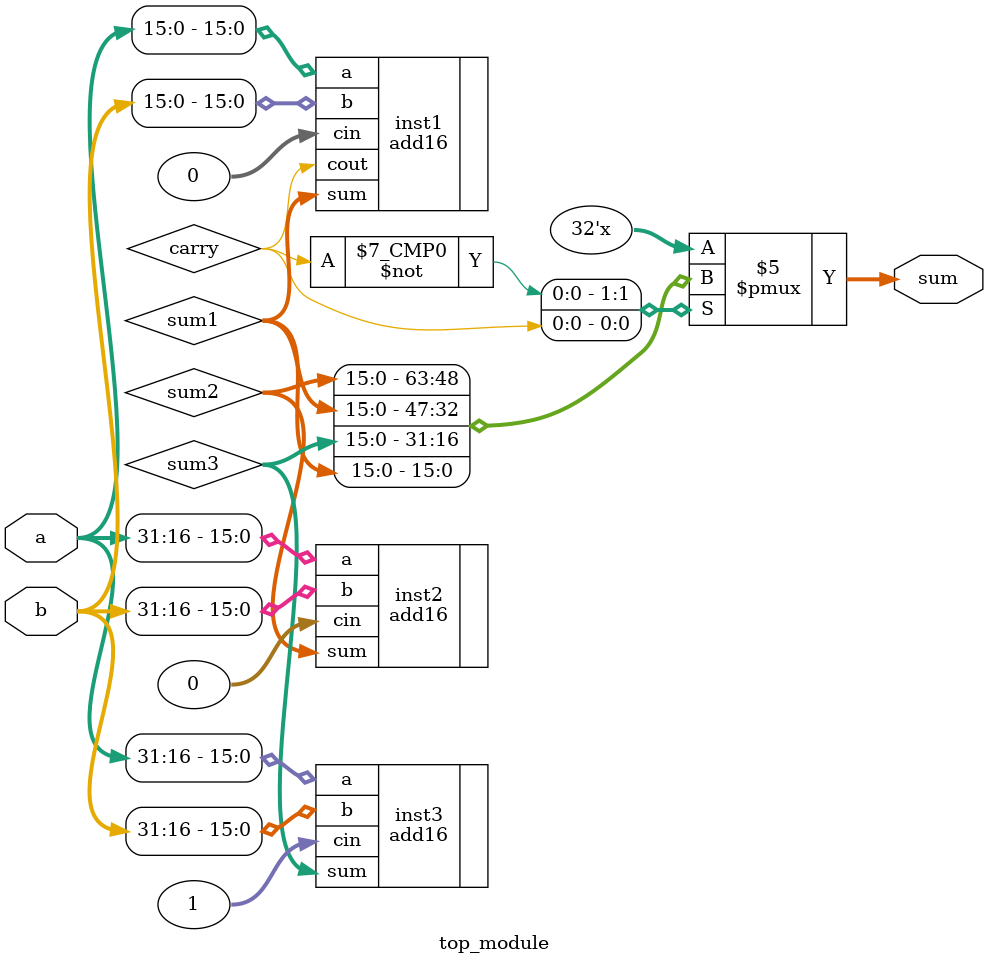
<source format=v>
module top_module(
    input [31:0] a,
    input [31:0] b,
    output [31:0] sum
);
    wire [15:0] sum1, sum2, sum3;
    wire carry;
    add16 inst1(.a(a[15:0]), .b(b[15:0]), .cin(0), .sum(sum1), .cout(carry));
    add16 inst2(.a(a[31:16]), .b(b[31:16]), .cin(0), .sum(sum2));
    add16 inst3(.a(a[31:16]), .b(b[31:16]), .cin(1), .sum(sum3));
    
    always @ (*) begin
        case (carry)
            0: sum = {sum2, sum1};
            1: sum = {sum3, sum1};
        endcase    
    end
    
endmodule


</source>
